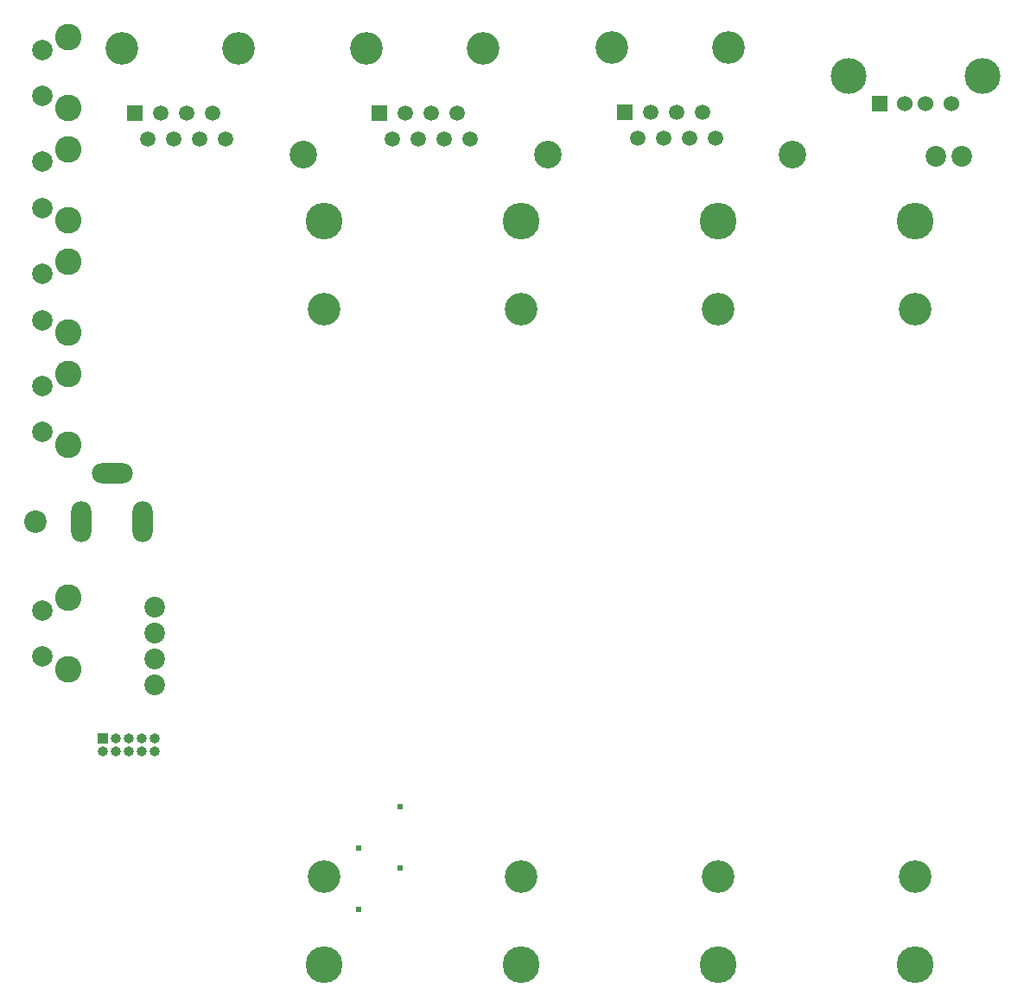
<source format=gbs>
G04 #@! TF.GenerationSoftware,KiCad,Pcbnew,(6.0.6)*
G04 #@! TF.CreationDate,2023-10-25T22:22:06+02:00*
G04 #@! TF.ProjectId,SHS_DCDC,5348535f-4443-4444-932e-6b696361645f,rev?*
G04 #@! TF.SameCoordinates,Original*
G04 #@! TF.FileFunction,Soldermask,Bot*
G04 #@! TF.FilePolarity,Negative*
%FSLAX46Y46*%
G04 Gerber Fmt 4.6, Leading zero omitted, Abs format (unit mm)*
G04 Created by KiCad (PCBNEW (6.0.6)) date 2023-10-25 22:22:06*
%MOMM*%
%LPD*%
G01*
G04 APERTURE LIST*
%ADD10C,2.700000*%
%ADD11C,0.610000*%
%ADD12R,1.524000X1.524000*%
%ADD13C,1.524000*%
%ADD14C,3.500000*%
%ADD15C,2.200000*%
%ADD16O,2.000000X4.000000*%
%ADD17O,4.000000X2.000000*%
%ADD18C,2.000000*%
%ADD19C,2.600000*%
%ADD20R,1.000000X1.000000*%
%ADD21O,1.000000X1.000000*%
%ADD22C,3.200000*%
%ADD23R,1.500000X1.500000*%
%ADD24C,1.500000*%
%ADD25C,2.020000*%
%ADD26C,3.600000*%
G04 APERTURE END LIST*
D10*
X76500000Y-17000000D03*
X52500000Y-17000000D03*
X28500000Y-17000000D03*
D11*
X38050000Y-86950000D03*
X33950000Y-91050000D03*
X38050000Y-80950000D03*
X33950000Y-85050000D03*
D12*
X85000000Y-12000000D03*
D13*
X87500000Y-12000000D03*
X89500000Y-12000000D03*
X92000000Y-12000000D03*
D14*
X81930000Y-9290000D03*
X95070000Y-9290000D03*
D15*
X2312500Y-53000000D03*
D16*
X12812500Y-53000000D03*
X6812500Y-53000000D03*
D17*
X9812500Y-48300000D03*
D18*
X3000000Y-33250000D03*
X3000000Y-28750000D03*
D19*
X5500000Y-34500000D03*
X5500000Y-27500000D03*
D20*
X8930000Y-74300000D03*
D21*
X8930000Y-75570000D03*
X10200000Y-74300000D03*
X10200000Y-75570000D03*
X11470000Y-74300000D03*
X11470000Y-75570000D03*
X12740000Y-74300000D03*
X12740000Y-75570000D03*
X14010000Y-74300000D03*
X14010000Y-75570000D03*
D18*
X3000000Y-22250000D03*
X3000000Y-17750000D03*
D19*
X5500000Y-23500000D03*
X5500000Y-16500000D03*
D22*
X22160000Y-6650000D03*
X10730000Y-6650000D03*
D23*
X12000000Y-13000000D03*
D24*
X13270000Y-15540000D03*
X14540000Y-13000000D03*
X15810000Y-15540000D03*
X17080000Y-13000000D03*
X18350000Y-15540000D03*
X19620000Y-13000000D03*
X20890000Y-15540000D03*
D25*
X93065000Y-17200000D03*
X90525000Y-17200000D03*
D22*
X34730000Y-6650000D03*
X46160000Y-6650000D03*
D23*
X36000000Y-13000000D03*
D24*
X37270000Y-15540000D03*
X38540000Y-13000000D03*
X39810000Y-15540000D03*
X41080000Y-13000000D03*
X42350000Y-15540000D03*
X43620000Y-13000000D03*
X44890000Y-15540000D03*
D18*
X3000000Y-11250000D03*
X3000000Y-6750000D03*
D19*
X5500000Y-12500000D03*
X5500000Y-5500000D03*
D18*
X3000000Y-44250000D03*
X3000000Y-39750000D03*
D19*
X5500000Y-45500000D03*
X5500000Y-38500000D03*
D18*
X3000000Y-66250000D03*
X3000000Y-61750000D03*
D19*
X5500000Y-67500000D03*
X5500000Y-60500000D03*
D25*
X14000000Y-69000000D03*
X14000000Y-66460000D03*
X14000000Y-63920000D03*
X14000000Y-61380000D03*
D22*
X58730000Y-6550000D03*
X70160000Y-6550000D03*
D23*
X60000000Y-12900000D03*
D24*
X61270000Y-15440000D03*
X62540000Y-12900000D03*
X63810000Y-15440000D03*
X65080000Y-12900000D03*
X66350000Y-15440000D03*
X67620000Y-12900000D03*
X68890000Y-15440000D03*
D22*
X88455000Y-32195000D03*
X30555000Y-87805000D03*
X30555000Y-32195000D03*
X49855000Y-87805000D03*
X69155000Y-87805000D03*
X88455000Y-87805000D03*
X69155000Y-32195000D03*
X49855000Y-32195000D03*
D26*
X88455000Y-96450000D03*
X88455000Y-23550000D03*
X69150000Y-96450000D03*
X69150000Y-23550000D03*
X49850000Y-96450000D03*
X49850000Y-23550000D03*
X30545000Y-96450000D03*
X30545000Y-23550000D03*
M02*

</source>
